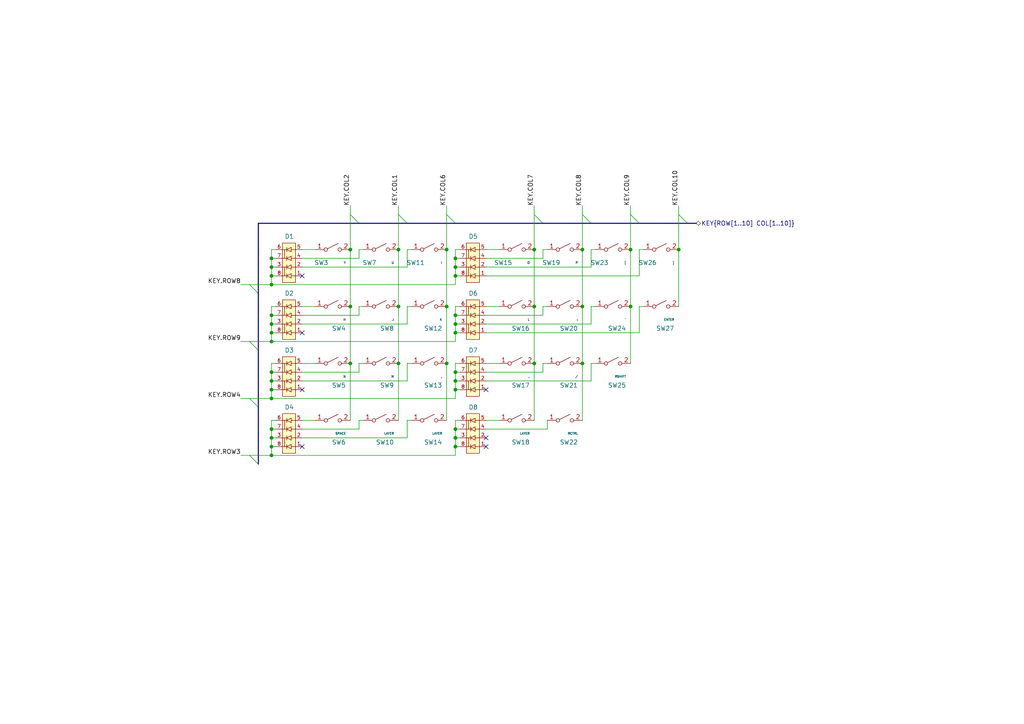
<source format=kicad_sch>
(kicad_sch (version 20211123) (generator eeschema)
  (paper "A4")
  (lib_symbols
    (symbol "BAV70SRAZ_1" (pin_names (offset 1.016) hide)
      (property "Reference" "D" (at 6.35 0 0))
      (property "Value" "BAV70SRAZ_1" (at 6.35 -1.905 0))
      (symbol "BAV70SRAZ_1_0_0"
        (rectangle (start -5.715 1.905) (end 5.715 -1.905) (stroke (width 0.1524)) (fill (type background)))
        (polyline (pts (xy -4.445 0.635) (xy -3.81 -0.635)))
        (polyline (pts (xy -4.445 0.635) (xy -3.175 0.635)))
        (polyline (pts (xy -3.81 -1.27) (xy -1.27 -1.27)) (stroke (width 0.1524)))
        (polyline (pts (xy -3.81 -0.635) (xy -3.81 -1.905)))
        (polyline (pts (xy -3.81 -0.635) (xy -3.175 0.635)))
        (polyline (pts (xy -3.81 1.905) (xy -3.81 0.635)))
        (polyline (pts (xy -3.175 -0.635) (xy -4.445 -0.635)))
        (polyline (pts (xy -1.905 0.635) (xy -1.27 -0.635)))
        (polyline (pts (xy -1.905 0.635) (xy -0.635 0.635)))
        (polyline (pts (xy -1.27 -0.635) (xy -1.27 -1.905)))
        (polyline (pts (xy -1.27 -0.635) (xy -0.635 0.635)))
        (polyline (pts (xy -1.27 1.905) (xy -1.27 0.635)))
        (polyline (pts (xy -0.635 -0.635) (xy -1.905 -0.635)))
        (polyline (pts (xy 0.635 0.635) (xy 1.27 -0.635)))
        (polyline (pts (xy 0.635 0.635) (xy 1.905 0.635)))
        (polyline (pts (xy 1.27 -1.27) (xy 3.81 -1.27)) (stroke (width 0.1524)))
        (polyline (pts (xy 1.27 -0.635) (xy 1.27 -1.905)))
        (polyline (pts (xy 1.27 -0.635) (xy 1.905 0.635)))
        (polyline (pts (xy 1.27 1.905) (xy 1.27 0.635)))
        (polyline (pts (xy 1.905 -0.635) (xy 0.635 -0.635)))
        (polyline (pts (xy 3.175 0.635) (xy 3.81 -0.635)))
        (polyline (pts (xy 3.175 0.635) (xy 4.445 0.635)))
        (polyline (pts (xy 3.81 -0.635) (xy 3.81 -1.905)))
        (polyline (pts (xy 3.81 -0.635) (xy 4.445 0.635)))
        (polyline (pts (xy 3.81 1.905) (xy 3.81 0.635)))
        (polyline (pts (xy 4.445 -0.635) (xy 3.175 -0.635)))
        (pin passive line (at 3.81 3.81 270) (length 1.905) (name "~") (number "1"))
        (pin passive line (at 1.27 3.81 270) (length 1.905) (name "~") (number "2"))
        (pin passive line (at 1.27 -3.81 90) (length 1.905) (name "~") (number "3"))
        (pin passive line (at -1.27 3.81 270) (length 1.905) (name "~") (number "4"))
        (pin passive line (at -3.81 3.81 270) (length 1.905) (name "~") (number "5"))
        (pin passive line (at -3.81 -3.81 90) (length 1.905) (name "~") (number "6"))
        (pin passive line (at -1.27 -3.81 90) (length 1.905) (name "~") (number "7"))
        (pin passive line (at 3.81 -3.81 90) (length 1.905) (name "~") (number "8"))
      )
    )
    (symbol "BAV70SRAZ_2" (pin_names (offset 1.016) hide)
      (property "Reference" "D" (at 6.35 0 0))
      (property "Value" "BAV70SRAZ_2" (at 6.35 -1.905 0))
      (symbol "BAV70SRAZ_2_0_0"
        (rectangle (start -5.715 1.905) (end 5.715 -1.905) (stroke (width 0.1524)) (fill (type background)))
        (polyline (pts (xy -4.445 0.635) (xy -3.81 -0.635)))
        (polyline (pts (xy -4.445 0.635) (xy -3.175 0.635)))
        (polyline (pts (xy -3.81 -1.27) (xy -1.27 -1.27)) (stroke (width 0.1524)))
        (polyline (pts (xy -3.81 -0.635) (xy -3.81 -1.905)))
        (polyline (pts (xy -3.81 -0.635) (xy -3.175 0.635)))
        (polyline (pts (xy -3.81 1.905) (xy -3.81 0.635)))
        (polyline (pts (xy -3.175 -0.635) (xy -4.445 -0.635)))
        (polyline (pts (xy -1.905 0.635) (xy -1.27 -0.635)))
        (polyline (pts (xy -1.905 0.635) (xy -0.635 0.635)))
        (polyline (pts (xy -1.27 -0.635) (xy -1.27 -1.905)))
        (polyline (pts (xy -1.27 -0.635) (xy -0.635 0.635)))
        (polyline (pts (xy -1.27 1.905) (xy -1.27 0.635)))
        (polyline (pts (xy -0.635 -0.635) (xy -1.905 -0.635)))
        (polyline (pts (xy 0.635 0.635) (xy 1.27 -0.635)))
        (polyline (pts (xy 0.635 0.635) (xy 1.905 0.635)))
        (polyline (pts (xy 1.27 -1.27) (xy 3.81 -1.27)) (stroke (width 0.1524)))
        (polyline (pts (xy 1.27 -0.635) (xy 1.27 -1.905)))
        (polyline (pts (xy 1.27 -0.635) (xy 1.905 0.635)))
        (polyline (pts (xy 1.27 1.905) (xy 1.27 0.635)))
        (polyline (pts (xy 1.905 -0.635) (xy 0.635 -0.635)))
        (polyline (pts (xy 3.175 0.635) (xy 3.81 -0.635)))
        (polyline (pts (xy 3.175 0.635) (xy 4.445 0.635)))
        (polyline (pts (xy 3.81 -0.635) (xy 3.81 -1.905)))
        (polyline (pts (xy 3.81 -0.635) (xy 4.445 0.635)))
        (polyline (pts (xy 3.81 1.905) (xy 3.81 0.635)))
        (polyline (pts (xy 4.445 -0.635) (xy 3.175 -0.635)))
        (pin passive line (at 3.81 3.81 270) (length 1.905) (name "~") (number "1"))
        (pin passive line (at 1.27 3.81 270) (length 1.905) (name "~") (number "2"))
        (pin passive line (at 1.27 -3.81 90) (length 1.905) (name "~") (number "3"))
        (pin passive line (at -1.27 3.81 270) (length 1.905) (name "~") (number "4"))
        (pin passive line (at -3.81 3.81 270) (length 1.905) (name "~") (number "5"))
        (pin passive line (at -3.81 -3.81 90) (length 1.905) (name "~") (number "6"))
        (pin passive line (at -1.27 -3.81 90) (length 1.905) (name "~") (number "7"))
        (pin passive line (at 3.81 -3.81 90) (length 1.905) (name "~") (number "8"))
      )
    )
    (symbol "BAV70SRAZ_3" (pin_names (offset 1.016) hide)
      (property "Reference" "D" (at 6.35 0 0))
      (property "Value" "BAV70SRAZ_3" (at 6.35 -1.905 0))
      (symbol "BAV70SRAZ_3_0_0"
        (rectangle (start -5.715 1.905) (end 5.715 -1.905) (stroke (width 0.1524)) (fill (type background)))
        (polyline (pts (xy -4.445 0.635) (xy -3.81 -0.635)))
        (polyline (pts (xy -4.445 0.635) (xy -3.175 0.635)))
        (polyline (pts (xy -3.81 -1.27) (xy -1.27 -1.27)) (stroke (width 0.1524)))
        (polyline (pts (xy -3.81 -0.635) (xy -3.81 -1.905)))
        (polyline (pts (xy -3.81 -0.635) (xy -3.175 0.635)))
        (polyline (pts (xy -3.81 1.905) (xy -3.81 0.635)))
        (polyline (pts (xy -3.175 -0.635) (xy -4.445 -0.635)))
        (polyline (pts (xy -1.905 0.635) (xy -1.27 -0.635)))
        (polyline (pts (xy -1.905 0.635) (xy -0.635 0.635)))
        (polyline (pts (xy -1.27 -0.635) (xy -1.27 -1.905)))
        (polyline (pts (xy -1.27 -0.635) (xy -0.635 0.635)))
        (polyline (pts (xy -1.27 1.905) (xy -1.27 0.635)))
        (polyline (pts (xy -0.635 -0.635) (xy -1.905 -0.635)))
        (polyline (pts (xy 0.635 0.635) (xy 1.27 -0.635)))
        (polyline (pts (xy 0.635 0.635) (xy 1.905 0.635)))
        (polyline (pts (xy 1.27 -1.27) (xy 3.81 -1.27)) (stroke (width 0.1524)))
        (polyline (pts (xy 1.27 -0.635) (xy 1.27 -1.905)))
        (polyline (pts (xy 1.27 -0.635) (xy 1.905 0.635)))
        (polyline (pts (xy 1.27 1.905) (xy 1.27 0.635)))
        (polyline (pts (xy 1.905 -0.635) (xy 0.635 -0.635)))
        (polyline (pts (xy 3.175 0.635) (xy 3.81 -0.635)))
        (polyline (pts (xy 3.175 0.635) (xy 4.445 0.635)))
        (polyline (pts (xy 3.81 -0.635) (xy 3.81 -1.905)))
        (polyline (pts (xy 3.81 -0.635) (xy 4.445 0.635)))
        (polyline (pts (xy 3.81 1.905) (xy 3.81 0.635)))
        (polyline (pts (xy 4.445 -0.635) (xy 3.175 -0.635)))
        (pin passive line (at 3.81 3.81 270) (length 1.905) (name "~") (number "1"))
        (pin passive line (at 1.27 3.81 270) (length 1.905) (name "~") (number "2"))
        (pin passive line (at 1.27 -3.81 90) (length 1.905) (name "~") (number "3"))
        (pin passive line (at -1.27 3.81 270) (length 1.905) (name "~") (number "4"))
        (pin passive line (at -3.81 3.81 270) (length 1.905) (name "~") (number "5"))
        (pin passive line (at -3.81 -3.81 90) (length 1.905) (name "~") (number "6"))
        (pin passive line (at -1.27 -3.81 90) (length 1.905) (name "~") (number "7"))
        (pin passive line (at 3.81 -3.81 90) (length 1.905) (name "~") (number "8"))
      )
    )
    (symbol "BAV70SRAZ_4" (pin_names (offset 1.016) hide)
      (property "Reference" "D" (at 6.35 0 0))
      (property "Value" "BAV70SRAZ_4" (at 6.35 -1.905 0))
      (symbol "BAV70SRAZ_4_0_0"
        (rectangle (start -5.715 1.905) (end 5.715 -1.905) (stroke (width 0.1524)) (fill (type background)))
        (polyline (pts (xy -4.445 0.635) (xy -3.81 -0.635)))
        (polyline (pts (xy -4.445 0.635) (xy -3.175 0.635)))
        (polyline (pts (xy -3.81 -1.27) (xy -1.27 -1.27)) (stroke (width 0.1524)))
        (polyline (pts (xy -3.81 -0.635) (xy -3.81 -1.905)))
        (polyline (pts (xy -3.81 -0.635) (xy -3.175 0.635)))
        (polyline (pts (xy -3.81 1.905) (xy -3.81 0.635)))
        (polyline (pts (xy -3.175 -0.635) (xy -4.445 -0.635)))
        (polyline (pts (xy -1.905 0.635) (xy -1.27 -0.635)))
        (polyline (pts (xy -1.905 0.635) (xy -0.635 0.635)))
        (polyline (pts (xy -1.27 -0.635) (xy -1.27 -1.905)))
        (polyline (pts (xy -1.27 -0.635) (xy -0.635 0.635)))
        (polyline (pts (xy -1.27 1.905) (xy -1.27 0.635)))
        (polyline (pts (xy -0.635 -0.635) (xy -1.905 -0.635)))
        (polyline (pts (xy 0.635 0.635) (xy 1.27 -0.635)))
        (polyline (pts (xy 0.635 0.635) (xy 1.905 0.635)))
        (polyline (pts (xy 1.27 -1.27) (xy 3.81 -1.27)) (stroke (width 0.1524)))
        (polyline (pts (xy 1.27 -0.635) (xy 1.27 -1.905)))
        (polyline (pts (xy 1.27 -0.635) (xy 1.905 0.635)))
        (polyline (pts (xy 1.27 1.905) (xy 1.27 0.635)))
        (polyline (pts (xy 1.905 -0.635) (xy 0.635 -0.635)))
        (polyline (pts (xy 3.175 0.635) (xy 3.81 -0.635)))
        (polyline (pts (xy 3.175 0.635) (xy 4.445 0.635)))
        (polyline (pts (xy 3.81 -0.635) (xy 3.81 -1.905)))
        (polyline (pts (xy 3.81 -0.635) (xy 4.445 0.635)))
        (polyline (pts (xy 3.81 1.905) (xy 3.81 0.635)))
        (polyline (pts (xy 4.445 -0.635) (xy 3.175 -0.635)))
        (pin passive line (at 3.81 3.81 270) (length 1.905) (name "~") (number "1"))
        (pin passive line (at 1.27 3.81 270) (length 1.905) (name "~") (number "2"))
        (pin passive line (at 1.27 -3.81 90) (length 1.905) (name "~") (number "3"))
        (pin passive line (at -1.27 3.81 270) (length 1.905) (name "~") (number "4"))
        (pin passive line (at -3.81 3.81 270) (length 1.905) (name "~") (number "5"))
        (pin passive line (at -3.81 -3.81 90) (length 1.905) (name "~") (number "6"))
        (pin passive line (at -1.27 -3.81 90) (length 1.905) (name "~") (number "7"))
        (pin passive line (at 3.81 -3.81 90) (length 1.905) (name "~") (number "8"))
      )
    )
    (symbol "BAV70SRAZ_5" (pin_names (offset 1.016) hide)
      (property "Reference" "D" (at 6.35 0 0))
      (property "Value" "BAV70SRAZ_5" (at 6.35 -1.905 0))
      (symbol "BAV70SRAZ_5_0_0"
        (rectangle (start -5.715 1.905) (end 5.715 -1.905) (stroke (width 0.1524)) (fill (type background)))
        (polyline (pts (xy -4.445 0.635) (xy -3.81 -0.635)))
        (polyline (pts (xy -4.445 0.635) (xy -3.175 0.635)))
        (polyline (pts (xy -3.81 -1.27) (xy -1.27 -1.27)) (stroke (width 0.1524)))
        (polyline (pts (xy -3.81 -0.635) (xy -3.81 -1.905)))
        (polyline (pts (xy -3.81 -0.635) (xy -3.175 0.635)))
        (polyline (pts (xy -3.81 1.905) (xy -3.81 0.635)))
        (polyline (pts (xy -3.175 -0.635) (xy -4.445 -0.635)))
        (polyline (pts (xy -1.905 0.635) (xy -1.27 -0.635)))
        (polyline (pts (xy -1.905 0.635) (xy -0.635 0.635)))
        (polyline (pts (xy -1.27 -0.635) (xy -1.27 -1.905)))
        (polyline (pts (xy -1.27 -0.635) (xy -0.635 0.635)))
        (polyline (pts (xy -1.27 1.905) (xy -1.27 0.635)))
        (polyline (pts (xy -0.635 -0.635) (xy -1.905 -0.635)))
        (polyline (pts (xy 0.635 0.635) (xy 1.27 -0.635)))
        (polyline (pts (xy 0.635 0.635) (xy 1.905 0.635)))
        (polyline (pts (xy 1.27 -1.27) (xy 3.81 -1.27)) (stroke (width 0.1524)))
        (polyline (pts (xy 1.27 -0.635) (xy 1.27 -1.905)))
        (polyline (pts (xy 1.27 -0.635) (xy 1.905 0.635)))
        (polyline (pts (xy 1.27 1.905) (xy 1.27 0.635)))
        (polyline (pts (xy 1.905 -0.635) (xy 0.635 -0.635)))
        (polyline (pts (xy 3.175 0.635) (xy 3.81 -0.635)))
        (polyline (pts (xy 3.175 0.635) (xy 4.445 0.635)))
        (polyline (pts (xy 3.81 -0.635) (xy 3.81 -1.905)))
        (polyline (pts (xy 3.81 -0.635) (xy 4.445 0.635)))
        (polyline (pts (xy 3.81 1.905) (xy 3.81 0.635)))
        (polyline (pts (xy 4.445 -0.635) (xy 3.175 -0.635)))
        (pin passive line (at 3.81 3.81 270) (length 1.905) (name "~") (number "1"))
        (pin passive line (at 1.27 3.81 270) (length 1.905) (name "~") (number "2"))
        (pin passive line (at 1.27 -3.81 90) (length 1.905) (name "~") (number "3"))
        (pin passive line (at -1.27 3.81 270) (length 1.905) (name "~") (number "4"))
        (pin passive line (at -3.81 3.81 270) (length 1.905) (name "~") (number "5"))
        (pin passive line (at -3.81 -3.81 90) (length 1.905) (name "~") (number "6"))
        (pin passive line (at -1.27 -3.81 90) (length 1.905) (name "~") (number "7"))
        (pin passive line (at 3.81 -3.81 90) (length 1.905) (name "~") (number "8"))
      )
    )
    (symbol "BAV70SRAZ_6" (pin_names (offset 1.016) hide)
      (property "Reference" "D" (at 6.35 0 0))
      (property "Value" "BAV70SRAZ_6" (at 6.35 -1.905 0))
      (symbol "BAV70SRAZ_6_0_0"
        (rectangle (start -5.715 1.905) (end 5.715 -1.905) (stroke (width 0.1524)) (fill (type background)))
        (polyline (pts (xy -4.445 0.635) (xy -3.81 -0.635)))
        (polyline (pts (xy -4.445 0.635) (xy -3.175 0.635)))
        (polyline (pts (xy -3.81 -1.27) (xy -1.27 -1.27)) (stroke (width 0.1524)))
        (polyline (pts (xy -3.81 -0.635) (xy -3.81 -1.905)))
        (polyline (pts (xy -3.81 -0.635) (xy -3.175 0.635)))
        (polyline (pts (xy -3.81 1.905) (xy -3.81 0.635)))
        (polyline (pts (xy -3.175 -0.635) (xy -4.445 -0.635)))
        (polyline (pts (xy -1.905 0.635) (xy -1.27 -0.635)))
        (polyline (pts (xy -1.905 0.635) (xy -0.635 0.635)))
        (polyline (pts (xy -1.27 -0.635) (xy -1.27 -1.905)))
        (polyline (pts (xy -1.27 -0.635) (xy -0.635 0.635)))
        (polyline (pts (xy -1.27 1.905) (xy -1.27 0.635)))
        (polyline (pts (xy -0.635 -0.635) (xy -1.905 -0.635)))
        (polyline (pts (xy 0.635 0.635) (xy 1.27 -0.635)))
        (polyline (pts (xy 0.635 0.635) (xy 1.905 0.635)))
        (polyline (pts (xy 1.27 -1.27) (xy 3.81 -1.27)) (stroke (width 0.1524)))
        (polyline (pts (xy 1.27 -0.635) (xy 1.27 -1.905)))
        (polyline (pts (xy 1.27 -0.635) (xy 1.905 0.635)))
        (polyline (pts (xy 1.27 1.905) (xy 1.27 0.635)))
        (polyline (pts (xy 1.905 -0.635) (xy 0.635 -0.635)))
        (polyline (pts (xy 3.175 0.635) (xy 3.81 -0.635)))
        (polyline (pts (xy 3.175 0.635) (xy 4.445 0.635)))
        (polyline (pts (xy 3.81 -0.635) (xy 3.81 -1.905)))
        (polyline (pts (xy 3.81 -0.635) (xy 4.445 0.635)))
        (polyline (pts (xy 3.81 1.905) (xy 3.81 0.635)))
        (polyline (pts (xy 4.445 -0.635) (xy 3.175 -0.635)))
        (pin passive line (at 3.81 3.81 270) (length 1.905) (name "~") (number "1"))
        (pin passive line (at 1.27 3.81 270) (length 1.905) (name "~") (number "2"))
        (pin passive line (at 1.27 -3.81 90) (length 1.905) (name "~") (number "3"))
        (pin passive line (at -1.27 3.81 270) (length 1.905) (name "~") (number "4"))
        (pin passive line (at -3.81 3.81 270) (length 1.905) (name "~") (number "5"))
        (pin passive line (at -3.81 -3.81 90) (length 1.905) (name "~") (number "6"))
        (pin passive line (at -1.27 -3.81 90) (length 1.905) (name "~") (number "7"))
        (pin passive line (at 3.81 -3.81 90) (length 1.905) (name "~") (number "8"))
      )
    )
    (symbol "BAV70SRAZ_7" (pin_names (offset 1.016) hide)
      (property "Reference" "D" (at 6.35 0 0))
      (property "Value" "BAV70SRAZ_7" (at 6.35 -1.905 0))
      (symbol "BAV70SRAZ_7_0_0"
        (rectangle (start -5.715 1.905) (end 5.715 -1.905) (stroke (width 0.1524)) (fill (type background)))
        (polyline (pts (xy -4.445 0.635) (xy -3.81 -0.635)))
        (polyline (pts (xy -4.445 0.635) (xy -3.175 0.635)))
        (polyline (pts (xy -3.81 -1.27) (xy -1.27 -1.27)) (stroke (width 0.1524)))
        (polyline (pts (xy -3.81 -0.635) (xy -3.81 -1.905)))
        (polyline (pts (xy -3.81 -0.635) (xy -3.175 0.635)))
        (polyline (pts (xy -3.81 1.905) (xy -3.81 0.635)))
        (polyline (pts (xy -3.175 -0.635) (xy -4.445 -0.635)))
        (polyline (pts (xy -1.905 0.635) (xy -1.27 -0.635)))
        (polyline (pts (xy -1.905 0.635) (xy -0.635 0.635)))
        (polyline (pts (xy -1.27 -0.635) (xy -1.27 -1.905)))
        (polyline (pts (xy -1.27 -0.635) (xy -0.635 0.635)))
        (polyline (pts (xy -1.27 1.905) (xy -1.27 0.635)))
        (polyline (pts (xy -0.635 -0.635) (xy -1.905 -0.635)))
        (polyline (pts (xy 0.635 0.635) (xy 1.27 -0.635)))
        (polyline (pts (xy 0.635 0.635) (xy 1.905 0.635)))
        (polyline (pts (xy 1.27 -1.27) (xy 3.81 -1.27)) (stroke (width 0.1524)))
        (polyline (pts (xy 1.27 -0.635) (xy 1.27 -1.905)))
        (polyline (pts (xy 1.27 -0.635) (xy 1.905 0.635)))
        (polyline (pts (xy 1.27 1.905) (xy 1.27 0.635)))
        (polyline (pts (xy 1.905 -0.635) (xy 0.635 -0.635)))
        (polyline (pts (xy 3.175 0.635) (xy 3.81 -0.635)))
        (polyline (pts (xy 3.175 0.635) (xy 4.445 0.635)))
        (polyline (pts (xy 3.81 -0.635) (xy 3.81 -1.905)))
        (polyline (pts (xy 3.81 -0.635) (xy 4.445 0.635)))
        (polyline (pts (xy 3.81 1.905) (xy 3.81 0.635)))
        (polyline (pts (xy 4.445 -0.635) (xy 3.175 -0.635)))
        (pin passive line (at 3.81 3.81 270) (length 1.905) (name "~") (number "1"))
        (pin passive line (at 1.27 3.81 270) (length 1.905) (name "~") (number "2"))
        (pin passive line (at 1.27 -3.81 90) (length 1.905) (name "~") (number "3"))
        (pin passive line (at -1.27 3.81 270) (length 1.905) (name "~") (number "4"))
        (pin passive line (at -3.81 3.81 270) (length 1.905) (name "~") (number "5"))
        (pin passive line (at -3.81 -3.81 90) (length 1.905) (name "~") (number "6"))
        (pin passive line (at -1.27 -3.81 90) (length 1.905) (name "~") (number "7"))
        (pin passive line (at 3.81 -3.81 90) (length 1.905) (name "~") (number "8"))
      )
    )
    (symbol "Nour_KB:BAV70SRAZ" (pin_names (offset 1.016) hide)
      (property "Reference" "D" (at 6.35 0 0))
      (property "Value" "BAV70SRAZ" (at 6.35 -1.905 0))
      (symbol "BAV70SRAZ_0_0"
        (rectangle (start -5.715 1.905) (end 5.715 -1.905) (stroke (width 0.1524)) (fill (type background)))
        (polyline (pts (xy -4.445 0.635) (xy -3.81 -0.635)))
        (polyline (pts (xy -4.445 0.635) (xy -3.175 0.635)))
        (polyline (pts (xy -3.81 -1.27) (xy -1.27 -1.27)) (stroke (width 0.1524)))
        (polyline (pts (xy -3.81 -0.635) (xy -3.81 -1.905)))
        (polyline (pts (xy -3.81 -0.635) (xy -3.175 0.635)))
        (polyline (pts (xy -3.81 1.905) (xy -3.81 0.635)))
        (polyline (pts (xy -3.175 -0.635) (xy -4.445 -0.635)))
        (polyline (pts (xy -1.905 0.635) (xy -1.27 -0.635)))
        (polyline (pts (xy -1.905 0.635) (xy -0.635 0.635)))
        (polyline (pts (xy -1.27 -0.635) (xy -1.27 -1.905)))
        (polyline (pts (xy -1.27 -0.635) (xy -0.635 0.635)))
        (polyline (pts (xy -1.27 1.905) (xy -1.27 0.635)))
        (polyline (pts (xy -0.635 -0.635) (xy -1.905 -0.635)))
        (polyline (pts (xy 0.635 0.635) (xy 1.27 -0.635)))
        (polyline (pts (xy 0.635 0.635) (xy 1.905 0.635)))
        (polyline (pts (xy 1.27 -1.27) (xy 3.81 -1.27)) (stroke (width 0.1524)))
        (polyline (pts (xy 1.27 -0.635) (xy 1.27 -1.905)))
        (polyline (pts (xy 1.27 -0.635) (xy 1.905 0.635)))
        (polyline (pts (xy 1.27 1.905) (xy 1.27 0.635)))
        (polyline (pts (xy 1.905 -0.635) (xy 0.635 -0.635)))
        (polyline (pts (xy 3.175 0.635) (xy 3.81 -0.635)))
        (polyline (pts (xy 3.175 0.635) (xy 4.445 0.635)))
        (polyline (pts (xy 3.81 -0.635) (xy 3.81 -1.905)))
        (polyline (pts (xy 3.81 -0.635) (xy 4.445 0.635)))
        (polyline (pts (xy 3.81 1.905) (xy 3.81 0.635)))
        (polyline (pts (xy 4.445 -0.635) (xy 3.175 -0.635)))
        (pin passive line (at 3.81 3.81 270) (length 1.905) (name "~") (number "1"))
        (pin passive line (at 1.27 3.81 270) (length 1.905) (name "~") (number "2"))
        (pin passive line (at 1.27 -3.81 90) (length 1.905) (name "~") (number "3"))
        (pin passive line (at -1.27 3.81 270) (length 1.905) (name "~") (number "4"))
        (pin passive line (at -3.81 3.81 270) (length 1.905) (name "~") (number "5"))
        (pin passive line (at -3.81 -3.81 90) (length 1.905) (name "~") (number "6"))
        (pin passive line (at -1.27 -3.81 90) (length 1.905) (name "~") (number "7"))
        (pin passive line (at 3.81 -3.81 90) (length 1.905) (name "~") (number "8"))
      )
    )
    (symbol "Switch:SW_SPST" (pin_names (offset 0) hide)
      (property "Reference" "SW" (at 0 3.175 0))
      (property "Value" "SW_SPST" (at 0 -2.54 0))
      (symbol "SW_SPST_0_0"
        (circle (center -2.032 0) (radius 0.508))
        (polyline (pts (xy -1.524 0.254) (xy 1.524 1.778)))
        (circle (center 2.032 0) (radius 0.508))
      )
      (symbol "SW_SPST_1_1"
        (pin passive line (at -5.08 0 0) (length 2.54) (name "A") (number "1"))
        (pin passive line (at 5.08 0 180) (length 2.54) (name "B") (number "2"))
      )
    )
  )
  (junction (at 154.94 88.9))
  (junction (at 78.74 96.52))
  (junction (at 132.08 77.47))
  (junction (at 132.08 124.46))
  (junction (at 129.54 88.9))
  (junction (at 78.74 93.98))
  (junction (at 101.6 72.39))
  (junction (at 132.08 91.44))
  (junction (at 78.74 74.93))
  (junction (at 78.74 82.55))
  (junction (at 115.57 105.41))
  (junction (at 196.85 72.39))
  (junction (at 78.74 77.47))
  (junction (at 132.08 107.95))
  (junction (at 101.6 105.41))
  (junction (at 182.88 88.9))
  (junction (at 132.08 74.93))
  (junction (at 78.74 107.95))
  (junction (at 78.74 124.46))
  (junction (at 132.08 113.03))
  (junction (at 132.08 96.52))
  (junction (at 78.74 115.57))
  (junction (at 154.94 105.41))
  (junction (at 78.74 129.54))
  (junction (at 129.54 72.39))
  (junction (at 115.57 88.9))
  (junction (at 132.08 129.54))
  (junction (at 168.91 88.9))
  (junction (at 78.74 91.44))
  (junction (at 78.74 127))
  (junction (at 115.57 72.39))
  (junction (at 101.6 88.9))
  (junction (at 154.94 72.39))
  (junction (at 168.91 105.41))
  (junction (at 168.91 72.39))
  (junction (at 78.74 113.03))
  (junction (at 132.08 80.01))
  (junction (at 78.74 110.49))
  (junction (at 132.08 93.98))
  (junction (at 78.74 80.01))
  (junction (at 78.74 132.08))
  (junction (at 78.74 99.06))
  (junction (at 132.08 110.49))
  (junction (at 132.08 127))
  (junction (at 182.88 72.39))
  (junction (at 129.54 105.41))
  (no_connect (at 87.63 113.03))
  (no_connect (at 87.63 129.54))
  (no_connect (at 87.63 96.52))
  (no_connect (at 87.63 80.01))
  (no_connect (at 140.97 129.54))
  (no_connect (at 140.97 113.03))
  (no_connect (at 140.97 127))
  (bus_entry (at 72.39 82.55) (size 2.54 2.54))
  (bus_entry (at 72.39 115.57) (size 2.54 2.54))
  (bus_entry (at 72.39 99.06) (size 2.54 2.54))
  (bus_entry (at 115.57 62.23) (size 2.54 2.54))
  (bus_entry (at 182.88 62.23) (size 2.54 2.54))
  (bus_entry (at 154.94 62.23) (size 2.54 2.54))
  (bus_entry (at 72.39 132.08) (size 2.54 2.54))
  (bus_entry (at 129.54 62.23) (size 2.54 2.54))
  (bus_entry (at 168.91 62.23) (size 2.54 2.54))
  (bus_entry (at 101.6 62.23) (size 2.54 2.54))
  (bus_entry (at 196.85 62.23) (size 2.54 2.54))
  (wire (pts (xy 168.91 105.41) (xy 168.91 121.92)))
  (wire (pts (xy 158.75 88.9) (xy 157.48 88.9)))
  (wire (pts (xy 132.08 107.95) (xy 133.35 107.95)))
  (wire (pts (xy 105.41 88.9) (xy 104.14 88.9)))
  (wire (pts (xy 101.6 105.41) (xy 101.6 121.92)))
  (wire (pts (xy 78.74 115.57) (xy 132.08 115.57)))
  (wire (pts (xy 78.74 129.54) (xy 80.01 129.54)))
  (wire (pts (xy 154.94 59.69) (xy 154.94 62.23)))
  (wire (pts (xy 78.74 91.44) (xy 78.74 93.98)))
  (wire (pts (xy 185.42 88.9) (xy 185.42 96.52)))
  (wire (pts (xy 78.74 110.49) (xy 78.74 113.03)))
  (wire (pts (xy 129.54 62.23) (xy 129.54 72.39)))
  (wire (pts (xy 182.88 72.39) (xy 182.88 88.9)))
  (wire (pts (xy 132.08 93.98) (xy 132.08 96.52)))
  (wire (pts (xy 101.6 88.9) (xy 101.6 105.41)))
  (wire (pts (xy 105.41 121.92) (xy 104.14 121.92)))
  (wire (pts (xy 87.63 77.47) (xy 118.11 77.47)))
  (wire (pts (xy 78.74 82.55) (xy 132.08 82.55)))
  (wire (pts (xy 132.08 96.52) (xy 133.35 96.52)))
  (wire (pts (xy 118.11 88.9) (xy 118.11 93.98)))
  (wire (pts (xy 132.08 121.92) (xy 132.08 124.46)))
  (wire (pts (xy 132.08 80.01) (xy 133.35 80.01)))
  (wire (pts (xy 80.01 72.39) (xy 78.74 72.39)))
  (wire (pts (xy 72.39 99.06) (xy 78.74 99.06)))
  (wire (pts (xy 132.08 127) (xy 132.08 129.54)))
  (wire (pts (xy 140.97 96.52) (xy 185.42 96.52)))
  (wire (pts (xy 171.45 105.41) (xy 171.45 110.49)))
  (wire (pts (xy 154.94 62.23) (xy 154.94 72.39)))
  (wire (pts (xy 132.08 110.49) (xy 133.35 110.49)))
  (wire (pts (xy 118.11 72.39) (xy 118.11 77.47)))
  (wire (pts (xy 168.91 62.23) (xy 168.91 72.39)))
  (wire (pts (xy 87.63 91.44) (xy 104.14 91.44)))
  (bus (pts (xy 74.93 101.6) (xy 74.93 118.11)))
  (wire (pts (xy 78.74 110.49) (xy 80.01 110.49)))
  (bus (pts (xy 74.93 64.77) (xy 74.93 85.09)))
  (wire (pts (xy 119.38 88.9) (xy 118.11 88.9)))
  (wire (pts (xy 140.97 124.46) (xy 158.75 124.46)))
  (wire (pts (xy 87.63 107.95) (xy 104.14 107.95)))
  (wire (pts (xy 69.85 132.08) (xy 72.39 132.08)))
  (wire (pts (xy 133.35 105.41) (xy 132.08 105.41)))
  (wire (pts (xy 78.74 80.01) (xy 80.01 80.01)))
  (wire (pts (xy 182.88 62.23) (xy 182.88 72.39)))
  (wire (pts (xy 80.01 121.92) (xy 78.74 121.92)))
  (wire (pts (xy 105.41 105.41) (xy 104.14 105.41)))
  (wire (pts (xy 118.11 121.92) (xy 118.11 127)))
  (wire (pts (xy 132.08 77.47) (xy 133.35 77.47)))
  (wire (pts (xy 104.14 121.92) (xy 104.14 124.46)))
  (wire (pts (xy 132.08 88.9) (xy 132.08 91.44)))
  (wire (pts (xy 133.35 121.92) (xy 132.08 121.92)))
  (wire (pts (xy 129.54 72.39) (xy 129.54 88.9)))
  (wire (pts (xy 119.38 121.92) (xy 118.11 121.92)))
  (wire (pts (xy 105.41 72.39) (xy 104.14 72.39)))
  (wire (pts (xy 115.57 105.41) (xy 115.57 121.92)))
  (wire (pts (xy 69.85 115.57) (xy 72.39 115.57)))
  (wire (pts (xy 78.74 72.39) (xy 78.74 74.93)))
  (wire (pts (xy 78.74 121.92) (xy 78.74 124.46)))
  (wire (pts (xy 115.57 72.39) (xy 115.57 88.9)))
  (wire (pts (xy 119.38 105.41) (xy 118.11 105.41)))
  (wire (pts (xy 78.74 105.41) (xy 78.74 107.95)))
  (bus (pts (xy 132.08 64.77) (xy 157.48 64.77)))
  (wire (pts (xy 196.85 72.39) (xy 196.85 88.9)))
  (wire (pts (xy 171.45 88.9) (xy 171.45 93.98)))
  (wire (pts (xy 140.97 91.44) (xy 157.48 91.44)))
  (wire (pts (xy 132.08 91.44) (xy 132.08 93.98)))
  (wire (pts (xy 132.08 96.52) (xy 132.08 99.06)))
  (wire (pts (xy 172.72 72.39) (xy 171.45 72.39)))
  (wire (pts (xy 80.01 124.46) (xy 78.74 124.46)))
  (wire (pts (xy 157.48 72.39) (xy 157.48 74.93)))
  (bus (pts (xy 118.11 64.77) (xy 104.14 64.77)))
  (wire (pts (xy 132.08 124.46) (xy 133.35 124.46)))
  (wire (pts (xy 140.97 105.41) (xy 144.78 105.41)))
  (wire (pts (xy 78.74 77.47) (xy 80.01 77.47)))
  (wire (pts (xy 182.88 59.69) (xy 182.88 62.23)))
  (wire (pts (xy 104.14 72.39) (xy 104.14 74.93)))
  (wire (pts (xy 158.75 121.92) (xy 158.75 124.46)))
  (wire (pts (xy 78.74 113.03) (xy 78.74 115.57)))
  (wire (pts (xy 78.74 93.98) (xy 80.01 93.98)))
  (wire (pts (xy 132.08 91.44) (xy 133.35 91.44)))
  (wire (pts (xy 80.01 74.93) (xy 78.74 74.93)))
  (bus (pts (xy 199.39 64.77) (xy 185.42 64.77)))
  (wire (pts (xy 80.01 107.95) (xy 78.74 107.95)))
  (wire (pts (xy 78.74 96.52) (xy 80.01 96.52)))
  (wire (pts (xy 78.74 107.95) (xy 78.74 110.49)))
  (wire (pts (xy 132.08 105.41) (xy 132.08 107.95)))
  (wire (pts (xy 154.94 105.41) (xy 154.94 121.92)))
  (wire (pts (xy 132.08 77.47) (xy 132.08 80.01)))
  (wire (pts (xy 72.39 132.08) (xy 78.74 132.08)))
  (wire (pts (xy 140.97 88.9) (xy 144.78 88.9)))
  (wire (pts (xy 78.74 132.08) (xy 132.08 132.08)))
  (wire (pts (xy 154.94 72.39) (xy 154.94 88.9)))
  (wire (pts (xy 72.39 115.57) (xy 78.74 115.57)))
  (bus (pts (xy 201.93 64.77) (xy 199.39 64.77)))
  (wire (pts (xy 168.91 59.69) (xy 168.91 62.23)))
  (wire (pts (xy 132.08 129.54) (xy 133.35 129.54)))
  (wire (pts (xy 132.08 80.01) (xy 132.08 82.55)))
  (wire (pts (xy 115.57 88.9) (xy 115.57 105.41)))
  (wire (pts (xy 171.45 72.39) (xy 171.45 77.47)))
  (wire (pts (xy 78.74 93.98) (xy 78.74 96.52)))
  (wire (pts (xy 78.74 77.47) (xy 78.74 80.01)))
  (wire (pts (xy 87.63 124.46) (xy 104.14 124.46)))
  (wire (pts (xy 69.85 82.55) (xy 72.39 82.55)))
  (wire (pts (xy 118.11 105.41) (xy 118.11 110.49)))
  (wire (pts (xy 140.97 110.49) (xy 171.45 110.49)))
  (wire (pts (xy 157.48 88.9) (xy 157.48 91.44)))
  (wire (pts (xy 129.54 105.41) (xy 129.54 121.92)))
  (wire (pts (xy 78.74 99.06) (xy 132.08 99.06)))
  (bus (pts (xy 132.08 64.77) (xy 118.11 64.77)))
  (bus (pts (xy 74.93 118.11) (xy 74.93 134.62)))
  (wire (pts (xy 80.01 88.9) (xy 78.74 88.9)))
  (wire (pts (xy 132.08 129.54) (xy 132.08 132.08)))
  (bus (pts (xy 185.42 64.77) (xy 171.45 64.77)))
  (wire (pts (xy 132.08 113.03) (xy 133.35 113.03)))
  (wire (pts (xy 154.94 88.9) (xy 154.94 105.41)))
  (wire (pts (xy 101.6 59.69) (xy 101.6 62.23)))
  (wire (pts (xy 133.35 72.39) (xy 132.08 72.39)))
  (wire (pts (xy 133.35 74.93) (xy 132.08 74.93)))
  (wire (pts (xy 140.97 74.93) (xy 157.48 74.93)))
  (wire (pts (xy 87.63 121.92) (xy 91.44 121.92)))
  (wire (pts (xy 115.57 59.69) (xy 115.57 62.23)))
  (wire (pts (xy 196.85 62.23) (xy 196.85 72.39)))
  (bus (pts (xy 104.14 64.77) (xy 74.93 64.77)))
  (wire (pts (xy 140.97 72.39) (xy 144.78 72.39)))
  (wire (pts (xy 78.74 113.03) (xy 80.01 113.03)))
  (wire (pts (xy 72.39 82.55) (xy 78.74 82.55)))
  (wire (pts (xy 132.08 110.49) (xy 132.08 113.03)))
  (wire (pts (xy 129.54 59.69) (xy 129.54 62.23)))
  (wire (pts (xy 78.74 127) (xy 80.01 127)))
  (wire (pts (xy 196.85 59.69) (xy 196.85 62.23)))
  (wire (pts (xy 168.91 88.9) (xy 168.91 105.41)))
  (wire (pts (xy 78.74 88.9) (xy 78.74 91.44)))
  (wire (pts (xy 186.69 72.39) (xy 185.42 72.39)))
  (wire (pts (xy 78.74 80.01) (xy 78.74 82.55)))
  (wire (pts (xy 157.48 107.95) (xy 140.97 107.95)))
  (wire (pts (xy 80.01 105.41) (xy 78.74 105.41)))
  (wire (pts (xy 78.74 96.52) (xy 78.74 99.06)))
  (wire (pts (xy 133.35 88.9) (xy 132.08 88.9)))
  (wire (pts (xy 157.48 105.41) (xy 157.48 107.95)))
  (wire (pts (xy 87.63 88.9) (xy 91.44 88.9)))
  (wire (pts (xy 158.75 105.41) (xy 157.48 105.41)))
  (wire (pts (xy 101.6 72.39) (xy 101.6 88.9)))
  (wire (pts (xy 132.08 74.93) (xy 132.08 77.47)))
  (wire (pts (xy 132.08 93.98) (xy 133.35 93.98)))
  (wire (pts (xy 78.74 127) (xy 78.74 129.54)))
  (wire (pts (xy 132.08 113.03) (xy 132.08 115.57)))
  (wire (pts (xy 69.85 99.06) (xy 72.39 99.06)))
  (wire (pts (xy 115.57 62.23) (xy 115.57 72.39)))
  (wire (pts (xy 132.08 127) (xy 133.35 127)))
  (wire (pts (xy 78.74 129.54) (xy 78.74 132.08)))
  (wire (pts (xy 78.74 124.46) (xy 78.74 127)))
  (wire (pts (xy 172.72 88.9) (xy 171.45 88.9)))
  (bus (pts (xy 171.45 64.77) (xy 157.48 64.77)))
  (wire (pts (xy 185.42 72.39) (xy 185.42 80.01)))
  (wire (pts (xy 87.63 110.49) (xy 118.11 110.49)))
  (wire (pts (xy 140.97 77.47) (xy 171.45 77.47)))
  (wire (pts (xy 104.14 88.9) (xy 104.14 91.44)))
  (wire (pts (xy 140.97 93.98) (xy 171.45 93.98)))
  (wire (pts (xy 87.63 74.93) (xy 104.14 74.93)))
  (wire (pts (xy 87.63 93.98) (xy 118.11 93.98)))
  (wire (pts (xy 172.72 105.41) (xy 171.45 105.41)))
  (wire (pts (xy 80.01 91.44) (xy 78.74 91.44)))
  (wire (pts (xy 132.08 107.95) (xy 132.08 110.49)))
  (wire (pts (xy 104.14 105.41) (xy 104.14 107.95)))
  (wire (pts (xy 78.74 74.93) (xy 78.74 77.47)))
  (wire (pts (xy 132.08 72.39) (xy 132.08 74.93)))
  (wire (pts (xy 87.63 127) (xy 118.11 127)))
  (wire (pts (xy 132.08 124.46) (xy 132.08 127)))
  (wire (pts (xy 182.88 88.9) (xy 182.88 105.41)))
  (wire (pts (xy 87.63 72.39) (xy 91.44 72.39)))
  (wire (pts (xy 101.6 62.23) (xy 101.6 72.39)))
  (bus (pts (xy 74.93 85.09) (xy 74.93 101.6)))
  (wire (pts (xy 140.97 121.92) (xy 144.78 121.92)))
  (wire (pts (xy 168.91 72.39) (xy 168.91 88.9)))
  (wire (pts (xy 140.97 80.01) (xy 185.42 80.01)))
  (wire (pts (xy 158.75 72.39) (xy 157.48 72.39)))
  (wire (pts (xy 87.63 105.41) (xy 91.44 105.41)))
  (wire (pts (xy 129.54 88.9) (xy 129.54 105.41)))
  (wire (pts (xy 119.38 72.39) (xy 118.11 72.39)))
  (wire (pts (xy 186.69 88.9) (xy 185.42 88.9)))
  (label "KEY.COL2" (at 101.6 59.69 90))
  (label "KEY.ROW8" (at 69.85 82.55 180))
  (label "KEY.ROW3" (at 69.85 132.08 180))
  (label "KEY.COL8" (at 168.91 59.69 90))
  (label "KEY.ROW4" (at 69.85 115.57 180))
  (label "KEY.COL7" (at 154.94 59.69 90))
  (label "KEY.COL9" (at 182.88 59.69 90))
  (label "KEY.COL1" (at 115.57 59.69 90))
  (label "KEY.ROW9" (at 69.85 99.06 180))
  (label "KEY.COL10" (at 196.85 59.69 90))
  (label "KEY.COL6" (at 129.54 59.69 90))
  (hierarchical_label "KEY{ROW[1..10] COL[1..10]}" (shape bidirectional) (at 201.93 64.77 0))
  (symbol (lib_id "Switch:SW_SPST") (at 110.49 121.92 0) (unit 1)
    (property "Reference" "SW10" (at 114.3 128.27 0) (effects (justify right)))
    (property "Value" "LAYER" (at 114.3 125.73 0) (effects (font (size 0.63 0.63)) (justify right)))
    (property "Footprint" "Nour_KB:MX_Choc_1U" (effects hide))
  )
  (symbol (lib_id "Switch:SW_SPST") (at 149.86 105.41 0) (unit 1)
    (property "Reference" "SW17" (at 153.67 111.76 0) (effects (justify right)))
    (property "Value" "." (at 153.67 109.22 0) (effects (font (size 0.63 0.63)) (justify right)))
    (property "Footprint" "Nour_KB:MX_Choc_1U" (effects hide))
  )
  (symbol (lib_id "Switch:SW_SPST") (at 163.83 72.39 0) (unit 1)
    (property "Reference" "SW19" (at 162.56 76.2 0) (effects (justify right)))
    (property "Value" "P" (at 167.64 76.2 0) (effects (font (size 0.63 0.63)) (justify right)))
    (property "Footprint" "Nour_KB:MX_Choc_1U" (effects hide))
  )
  (symbol (lib_id "Switch:SW_SPST") (at 110.49 88.9 0) (unit 1)
    (property "Reference" "SW8" (at 114.3 95.25 0) (effects (justify right)))
    (property "Value" "J" (at 114.3 92.71 0) (effects (font (size 0.63 0.63)) (justify right)))
    (property "Footprint" "Nour_KB:MX_Choc_1U" (effects hide))
  )
  (symbol (lib_id "Switch:SW_SPST") (at 124.46 121.92 0) (unit 1)
    (property "Reference" "SW14" (at 128.27 128.27 0) (effects (justify right)))
    (property "Value" "LAYER" (at 128.27 125.73 0) (effects (font (size 0.63 0.63)) (justify right)))
    (property "Footprint" "Nour_KB:MX_Choc_1U" (effects hide))
  )
  (symbol (lib_id "Switch:SW_SPST") (at 96.52 72.39 0) (unit 1)
    (property "Reference" "SW3" (at 95.25 76.2 0) (effects (justify right)))
    (property "Value" "Y" (at 100.33 76.2 0) (effects (font (size 0.63 0.63)) (justify right)))
    (property "Footprint" "Nour_KB:MX_Choc_1U" (effects hide))
  )
  (symbol (lib_id "Switch:SW_SPST") (at 124.46 72.39 0) (unit 1)
    (property "Reference" "SW11" (at 123.19 76.2 0) (effects (justify right)))
    (property "Value" "I" (at 128.27 76.2 0) (effects (font (size 0.63 0.63)) (justify right)))
    (property "Footprint" "Nour_KB:MX_Choc_1U" (effects hide))
  )
  (symbol (lib_id "Switch:SW_SPST") (at 177.8 72.39 0) (unit 1)
    (property "Reference" "SW23" (at 176.53 76.2 0) (effects (justify right)))
    (property "Value" "[" (at 181.61 76.2 0) (effects (font (size 0.63 0.63)) (justify right)))
    (property "Footprint" "Nour_KB:MX_Choc_1U" (effects hide))
  )
  (symbol (lib_name "BAV70SRAZ_3") (lib_id "Nour_KB:BAV70SRAZ") (at 137.16 109.22 270) (unit 1)
    (property "Reference" "D7" (at 135.89 101.6 90) (effects (justify left)))
    (property "Value" "BAV70SRAZ" (effects hide))
    (property "Footprint" "Nour_KB:DIO_BAV70SRAZ" (effects hide))
    (property "STANDARD" "Manufacturer recommendations" (effects hide))
    (property "PARTREV" "v.2" (effects hide))
    (property "MANUFACTURER" "Nexperia" (effects hide))
    (property "MAXIMUM_PACKAGE_HEIGHT" "0.5 mm" (effects hide))
  )
  (symbol (lib_id "Switch:SW_SPST") (at 177.8 88.9 0) (unit 1)
    (property "Reference" "SW24" (at 181.61 95.25 0) (effects (justify right)))
    (property "Value" "'" (at 181.61 92.71 0) (effects (font (size 0.63 0.63)) (justify right)))
    (property "Footprint" "Nour_KB:MX_Choc_1U" (effects hide))
  )
  (symbol (lib_id "Switch:SW_SPST") (at 124.46 105.41 0) (unit 1)
    (property "Reference" "SW13" (at 128.27 111.76 0) (effects (justify right)))
    (property "Value" "," (at 128.27 109.22 0) (effects (font (size 0.63 0.63)) (justify right)))
    (property "Footprint" "Nour_KB:MX_Choc_1U" (effects hide))
  )
  (symbol (lib_id "Switch:SW_SPST") (at 149.86 88.9 0) (unit 1)
    (property "Reference" "SW16" (at 153.67 95.25 0) (effects (justify right)))
    (property "Value" "L" (at 153.67 92.71 0) (effects (font (size 0.63 0.63)) (justify right)))
    (property "Footprint" "Nour_KB:MX_Choc_1U" (effects hide))
  )
  (symbol (lib_id "Switch:SW_SPST") (at 163.83 121.92 0) (unit 1)
    (property "Reference" "SW22" (at 167.64 128.27 0) (effects (justify right)))
    (property "Value" "RCTRL" (at 167.64 125.73 0) (effects (font (size 0.63 0.63)) (justify right)))
    (property "Footprint" "Nour_KB:MX_Choc_1U" (effects hide))
  )
  (symbol (lib_name "BAV70SRAZ_4") (lib_id "Nour_KB:BAV70SRAZ") (at 137.16 125.73 270) (unit 1)
    (property "Reference" "D8" (at 135.89 118.11 90) (effects (justify left)))
    (property "Value" "BAV70SRAZ" (effects hide))
    (property "Footprint" "Nour_KB:DIO_BAV70SRAZ" (effects hide))
    (property "STANDARD" "Manufacturer recommendations" (effects hide))
    (property "PARTREV" "v.2" (effects hide))
    (property "MANUFACTURER" "Nexperia" (effects hide))
    (property "MAXIMUM_PACKAGE_HEIGHT" "0.5 mm" (effects hide))
  )
  (symbol (lib_id "Switch:SW_SPST") (at 124.46 88.9 0) (unit 1)
    (property "Reference" "SW12" (at 128.27 95.25 0) (effects (justify right)))
    (property "Value" "K" (at 128.27 92.71 0) (effects (font (size 0.63 0.63)) (justify right)))
    (property "Footprint" "Nour_KB:MX_Choc_1U" (effects hide))
  )
  (symbol (lib_id "Switch:SW_SPST") (at 96.52 105.41 0) (unit 1)
    (property "Reference" "SW5" (at 100.33 111.76 0) (effects (justify right)))
    (property "Value" "N" (at 100.33 109.22 0) (effects (font (size 0.63 0.63)) (justify right)))
    (property "Footprint" "Nour_KB:MX_Choc_1U" (effects hide))
  )
  (symbol (lib_name "BAV70SRAZ_7") (lib_id "Nour_KB:BAV70SRAZ") (at 83.82 109.22 270) (unit 1)
    (property "Reference" "D3" (at 82.55 101.6 90) (effects (justify left)))
    (property "Value" "BAV70SRAZ" (effects hide))
    (property "Footprint" "Nour_KB:DIO_BAV70SRAZ" (effects hide))
    (property "STANDARD" "Manufacturer recommendations" (effects hide))
    (property "PARTREV" "v.2" (effects hide))
    (property "MANUFACTURER" "Nexperia" (effects hide))
    (property "MAXIMUM_PACKAGE_HEIGHT" "0.5 mm" (effects hide))
  )
  (symbol (lib_id "Switch:SW_SPST") (at 191.77 72.39 0) (unit 1)
    (property "Reference" "SW26" (at 190.5 76.2 0) (effects (justify right)))
    (property "Value" "]" (at 195.58 76.2 0) (effects (font (size 0.63 0.63)) (justify right)))
    (property "Footprint" "Nour_KB:MX_Choc_1U" (effects hide))
  )
  (symbol (lib_id "Switch:SW_SPST") (at 163.83 88.9 0) (unit 1)
    (property "Reference" "SW20" (at 167.64 95.25 0) (effects (justify right)))
    (property "Value" ";" (at 167.64 92.71 0) (effects (font (size 0.63 0.63)) (justify right)))
    (property "Footprint" "Nour_KB:MX_Choc_1U" (effects hide))
  )
  (symbol (lib_id "Switch:SW_SPST") (at 96.52 88.9 0) (unit 1)
    (property "Reference" "SW4" (at 100.33 95.25 0) (effects (justify right)))
    (property "Value" "H" (at 100.33 92.71 0) (effects (font (size 0.63 0.63)) (justify right)))
    (property "Footprint" "Nour_KB:MX_Choc_1U" (effects hide))
  )
  (symbol (lib_name "BAV70SRAZ_2") (lib_id "Nour_KB:BAV70SRAZ") (at 83.82 76.2 270) (unit 1)
    (property "Reference" "D1" (at 82.55 68.58 90) (effects (justify left)))
    (property "Value" "BAV70SRAZ" (effects hide))
    (property "Footprint" "Nour_KB:DIO_BAV70SRAZ" (effects hide))
    (property "STANDARD" "Manufacturer recommendations" (effects hide))
    (property "PARTREV" "v.2" (effects hide))
    (property "MANUFACTURER" "Nexperia" (effects hide))
    (property "MAXIMUM_PACKAGE_HEIGHT" "0.5 mm" (effects hide))
  )
  (symbol (lib_name "BAV70SRAZ_6") (lib_id "Nour_KB:BAV70SRAZ") (at 83.82 92.71 270) (unit 1)
    (property "Reference" "D2" (at 82.55 85.09 90) (effects (justify left)))
    (property "Value" "BAV70SRAZ" (effects hide))
    (property "Footprint" "Nour_KB:DIO_BAV70SRAZ" (effects hide))
    (property "STANDARD" "Manufacturer recommendations" (effects hide))
    (property "PARTREV" "v.2" (effects hide))
    (property "MANUFACTURER" "Nexperia" (effects hide))
    (property "MAXIMUM_PACKAGE_HEIGHT" "0.5 mm" (effects hide))
  )
  (symbol (lib_name "BAV70SRAZ_5") (lib_id "Nour_KB:BAV70SRAZ") (at 137.16 92.71 270) (unit 1)
    (property "Reference" "D6" (at 135.89 85.09 90) (effects (justify left)))
    (property "Value" "BAV70SRAZ" (effects hide))
    (property "Footprint" "Nour_KB:DIO_BAV70SRAZ" (effects hide))
    (property "STANDARD" "Manufacturer recommendations" (effects hide))
    (property "PARTREV" "v.2" (effects hide))
    (property "MANUFACTURER" "Nexperia" (effects hide))
    (property "MAXIMUM_PACKAGE_HEIGHT" "0.5 mm" (effects hide))
  )
  (symbol (lib_id "Switch:SW_SPST") (at 96.52 121.92 0) (unit 1)
    (property "Reference" "SW6" (at 100.33 128.27 0) (effects (justify right)))
    (property "Value" "SPACE" (at 100.33 125.73 0) (effects (font (size 0.63 0.63)) (justify right)))
    (property "Footprint" "Nour_KB:MX_Choc_1U" (effects hide))
  )
  (symbol (lib_id "Switch:SW_SPST") (at 177.8 105.41 0) (unit 1)
    (property "Reference" "SW25" (at 181.61 111.76 0) (effects (justify right)))
    (property "Value" "RSHIFT" (at 181.61 109.22 0) (effects (font (size 0.63 0.63)) (justify right)))
    (property "Footprint" "Nour_KB:MX_Choc_1U" (effects hide))
  )
  (symbol (lib_id "Nour_KB:BAV70SRAZ") (at 83.82 125.73 270) (unit 1)
    (property "Reference" "D4" (at 82.55 118.11 90) (effects (justify left)))
    (property "Value" "BAV70SRAZ" (effects hide))
    (property "Footprint" "Nour_KB:DIO_BAV70SRAZ" (effects hide))
    (property "STANDARD" "Manufacturer recommendations" (effects hide))
    (property "PARTREV" "v.2" (effects hide))
    (property "MANUFACTURER" "Nexperia" (effects hide))
    (property "MAXIMUM_PACKAGE_HEIGHT" "0.5 mm" (effects hide))
  )
  (symbol (lib_id "Switch:SW_SPST") (at 110.49 72.39 0) (unit 1)
    (property "Reference" "SW7" (at 109.22 76.2 0) (effects (justify right)))
    (property "Value" "U" (at 114.3 76.2 0) (effects (font (size 0.63 0.63)) (justify right)))
    (property "Footprint" "Nour_KB:MX_Choc_1U" (effects hide))
  )
  (symbol (lib_id "Switch:SW_SPST") (at 149.86 72.39 0) (unit 1)
    (property "Reference" "SW15" (at 148.59 76.2 0) (effects (justify right)))
    (property "Value" "O" (at 153.67 76.2 0) (effects (font (size 0.63 0.63)) (justify right)))
    (property "Footprint" "Nour_KB:MX_Choc_1U" (effects hide))
  )
  (symbol (lib_id "Switch:SW_SPST") (at 163.83 105.41 0) (unit 1)
    (property "Reference" "SW21" (at 167.64 111.76 0) (effects (justify right)))
    (property "Value" "/" (at 167.64 109.22 0) (effects (font (size 0.63 0.63)) (justify right)))
    (property "Footprint" "Nour_KB:MX_Choc_1U" (effects hide))
  )
  (symbol (lib_id "Switch:SW_SPST") (at 149.86 121.92 0) (unit 1)
    (property "Reference" "SW18" (at 153.67 128.27 0) (effects (justify right)))
    (property "Value" "LAYER" (at 153.67 125.73 0) (effects (font (size 0.63 0.63)) (justify right)))
    (property "Footprint" "Nour_KB:MX_Choc_1U" (effects hide))
  )
  (symbol (lib_name "BAV70SRAZ_1") (lib_id "Nour_KB:BAV70SRAZ") (at 137.16 76.2 270) (unit 1)
    (property "Reference" "D5" (at 135.89 68.58 90) (effects (justify left)))
    (property "Value" "BAV70SRAZ" (effects hide))
    (property "Footprint" "Nour_KB:DIO_BAV70SRAZ" (effects hide))
    (property "STANDARD" "Manufacturer recommendations" (effects hide))
    (property "PARTREV" "v.2" (effects hide))
    (property "MANUFACTURER" "Nexperia" (effects hide))
    (property "MAXIMUM_PACKAGE_HEIGHT" "0.5 mm" (effects hide))
  )
  (symbol (lib_id "Switch:SW_SPST") (at 110.49 105.41 0) (unit 1)
    (property "Reference" "SW9" (at 114.3 111.76 0) (effects (justify right)))
    (property "Value" "M" (at 114.3 109.22 0) (effects (font (size 0.63 0.63)) (justify right)))
    (property "Footprint" "Nour_KB:MX_Choc_1U" (effects hide))
  )
  (symbol (lib_id "Switch:SW_SPST") (at 191.77 88.9 0) (unit 1)
    (property "Reference" "SW27" (at 195.58 95.25 0) (effects (justify right)))
    (property "Value" "ENTER" (at 195.58 92.71 0) (effects (font (size 0.63 0.63)) (justify right)))
    (property "Footprint" "Nour_KB:MX_Choc_1U" (effects hide))
  )
)
</source>
